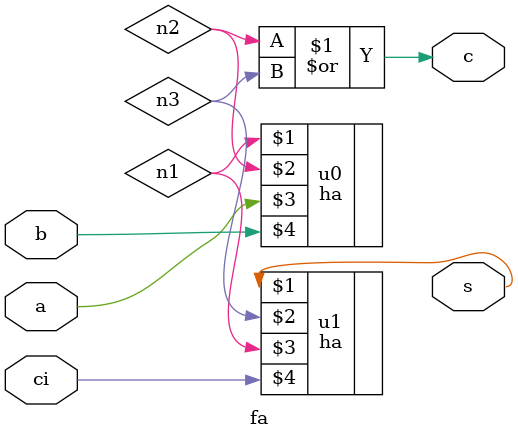
<source format=v>
module fa(s, c, a, b, ci);
input a, b, ci;
output s, c;
wire n1, n2, n3;

ha u0(n1, n2, a, b);
ha u1(s, n3, n1, ci);
or g1(c, n2, n3);

endmodule



</source>
